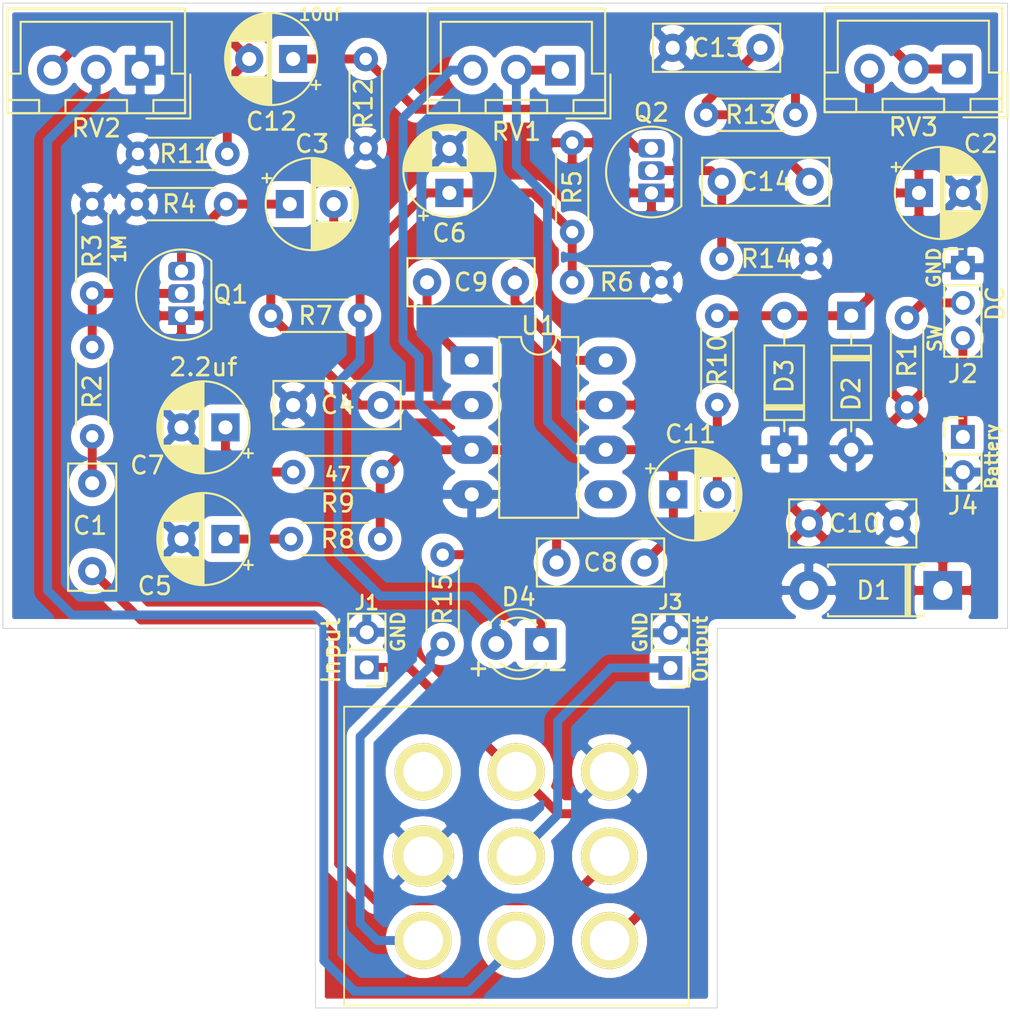
<source format=kicad_pcb>
(kicad_pcb (version 20171130) (host pcbnew "(5.1.2-1)-1")
  (title_block (title "ProCo Rat") (date 2019-07-09) (rev 1.0) (comment 1 v1.1))
  (layers (0 F.Cu signal) (31 B.Cu signal) (34 B.Paste user) (35 F.Paste user) (36 B.SilkS user) (37 F.SilkS user) (38 B.Mask user) (39 F.Mask user) (44 Edge.Cuts user))
  (net 0 "")
  (net 1 "Net-(C1-Pad1)")
  (net 2 "Net-(C1-Pad2)")
  (net 3 9V)
  (net 4 GND)
  (net 5 "Net-(C3-Pad1)")
  (net 6 "Net-(C3-Pad2)")
  (net 7 "Net-(C5-Pad1)")
  (net 8 4.5v)
  (net 9 "Net-(C7-Pad1)")
  (net 10 "Net-(C8-Pad1)")
  (net 11 "Net-(C11-Pad1)")
  (net 12 "Net-(C9-Pad1)")
  (net 13 "Net-(C9-Pad2)")
  (net 14 "Net-(C11-Pad2)")
  (net 15 "Net-(C12-Pad1)")
  (net 16 "Net-(C12-Pad2)")
  (net 17 "Net-(C13-Pad2)")
  (net 18 "Net-(C14-Pad1)")
  (net 19 "Net-(D2-Pad1)")
  (net 20 "Net-(J2-Pad3)")
  (net 21 "Net-(J2-Pad2)")
  (net 22 "Net-(Q1-Pad2)")
  (net 23 "Net-(R13-Pad1)")
  (net 24 Output)
  (net 25 "Net-(J1-Pad1)")
  (net 26 "Net-(J3-Pad1)")
  (net 27 "Net-(D4-Pad1)")
  (net 28 "Net-(R15-Pad2)")
  (module Connectors_JST:JST_XH_B03B-XH-A_03x2.50mm_Straight (layer F.Cu) (at 155.8925 52.0065 180)
    (fp_text reference RV3 (at 2.5 -3.302) (layer F.SilkS))
    (fp_text value "100k Log")
    (pad 1 thru_hole rect (at 0 0 180) (size 1.75 1.75) (drill 1) (layers *.Cu *.Mask) (net 23 "Net-(R13-Pad1)"))
    (pad 2 thru_hole circle (at 2.5 0 180) (size 1.75 1.75) (drill 1) (layers *.Cu *.Mask) (net 23 "Net-(R13-Pad1)"))
    (pad 3 thru_hole circle (at 5 0 180) (size 1.75 1.75) (drill 1) (layers *.Cu *.Mask) (net 19 "Net-(D2-Pad1)"))
  )
  (module Connectors_JST:JST_XH_B03B-XH-A_03x2.50mm_Straight (layer F.Cu) (at 109.4105 52.07 180)
    (fp_text reference RV2 (at 2.5 -3.302) (layer F.SilkS))
    (fp_text value "100k Log")
    (pad 1 thru_hole rect (at 0 0 180) (size 1.75 1.75) (drill 1) (layers *.Cu *.Mask) (net 4 GND))
    (pad 2 thru_hole circle (at 2.5 0 180) (size 1.75 1.75) (drill 1) (layers *.Cu *.Mask) (net 24 Output))
    (pad 3 thru_hole circle (at 5 0 180) (size 1.75 1.75) (drill 1) (layers *.Cu *.Mask) (net 16 "Net-(C12-Pad2)"))
  )
  (module Connectors_JST:JST_XH_B03B-XH-A_03x2.50mm_Straight (layer F.Cu) (at 133.31 52.07 180)
    (fp_text reference RV1 (at 2.5 -3.5) (layer F.SilkS))
    (fp_text value "150k log")
    (pad 1 thru_hole rect (at 0 0 180) (size 1.75 1.75) (drill 1) (layers *.Cu *.Mask) (net 11 "Net-(C11-Pad1)"))
    (pad 2 thru_hole circle (at 2.5 0 180) (size 1.75 1.75) (drill 1) (layers *.Cu *.Mask) (net 11 "Net-(C11-Pad1)"))
    (pad 3 thru_hole circle (at 5 0 180) (size 1.75 1.75) (drill 1) (layers *.Cu *.Mask) (net 10 "Net-(C8-Pad1)"))
  )
  (module SF17020F-0302-21R-L-015:SF17020F030221RL015 (layer F.Cu) (at 130.81 96.774)
    (fp_text reference S1 (at 0 0) (layer F.SilkS) (effects (font (size 1.27 1.27) (thickness 0.254))))
    (fp_text value SF17020F-0302-21R-L-015 hide)
    (pad 9 thru_hole circle (at -5.3 -4.8 90) (size 3.25 3.25) (drill 2.25) (layers *.Cu *.Mask F.SilkS))
    (pad 8 thru_hole circle (at -5.3 0 90) (size 3.5 3.5) (drill 2.25) (layers *.Cu *.Mask F.SilkS) (net 4 GND))
    (pad 7 thru_hole circle (at -5.3 4.8 90) (size 3.25 3.25) (drill 2.25) (layers *.Cu *.Mask F.SilkS) (net 28 "Net-(R15-Pad2)"))
    (pad 6 thru_hole circle (at 0 -4.8 90) (size 3.25 3.25) (drill 2.25) (layers *.Cu *.Mask F.SilkS) (net 25 "Net-(J1-Pad1)"))
    (pad 5 thru_hole circle (at 0 0 90) (size 3.25 3.25) (drill 2.25) (layers *.Cu *.Mask F.SilkS) (net 26 "Net-(J3-Pad1)"))
    (pad 4 thru_hole circle (at 0 4.8 90) (size 3.25 3.25) (drill 2.25) (layers *.Cu *.Mask F.SilkS) (net 24 Output))
    (pad 3 thru_hole circle (at 5.3 -4.8 90) (size 3.25 3.25) (drill 2.25) (layers *.Cu *.Mask F.SilkS) (net 4 GND))
    (pad 2 thru_hole circle (at 5.3 0 90) (size 3.25 3.25) (drill 2.25) (layers *.Cu *.Mask F.SilkS) (net 2 "Net-(C1-Pad2)"))
    (pad 1 thru_hole circle (at 5.3 4.8 90) (size 3.25 3.25) (drill 2.25) (layers *.Cu *.Mask F.SilkS) (net 25 "Net-(J1-Pad1)"))
  )
  (module Resistor_THT:R_Axial_DIN0204_L3.6mm_D1.6mm_P5.08mm_Horizontal (layer F.Cu) (at 126.619 79.629 270)
    (fp_text reference R15 (at 2.54 0 90) (layer F.SilkS))
    (fp_text value 1k)
    (pad 2 thru_hole oval (at 5.08 0 270) (size 1.4 1.4) (drill 0.7) (layers *.Cu *.Mask) (net 28 "Net-(R15-Pad2)"))
    (pad 1 thru_hole circle (at 0 0 270) (size 1.4 1.4) (drill 0.7) (layers *.Cu *.Mask) (net 27 "Net-(D4-Pad1)"))
  )
  (module LED_THT:LED_D3.0mm (layer F.Cu) (at 132.207 84.709 180)
    (fp_text reference D4 (at 1.27 2.667) (layer F.SilkS))
    (fp_text value LED)
    (fp_text user + (at 3.556 -1.3335 180) (layer F.SilkS))
    (fp_text user - (at -0.9525 -1.397 180) (layer F.SilkS))
    (pad 2 thru_hole circle (at 2.54 0 180) (size 1.8 1.8) (drill 0.9) (layers *.Cu *.Mask) (net 8 4.5v))
    (pad 1 thru_hole rect (at 0 0 180) (size 1.8 1.8) (drill 0.9) (layers *.Cu *.Mask) (net 27 "Net-(D4-Pad1)"))
  )
  (module Diode_THT:D_DO-35_SOD27_P7.62mm_Horizontal (layer F.Cu) (at 146.05 73.66 90)
    (fp_text reference D3 (at 4.191 0 90) (layer F.SilkS))
    (fp_text value 1N4148)
    (pad 2 thru_hole oval (at 7.62 0 90) (size 1.6 1.6) (drill 0.8) (layers *.Cu *.Mask) (net 19 "Net-(D2-Pad1)"))
    (pad 1 thru_hole rect (at 0 0 90) (size 1.6 1.6) (drill 0.8) (layers *.Cu *.Mask) (net 4 GND))
  )
  (module Diode_THT:D_DO-35_SOD27_P7.62mm_Horizontal (layer F.Cu) (at 149.86 66.04 270)
    (fp_text reference D2 (at 4.445 0 90) (layer F.SilkS))
    (fp_text value 1N4148)
    (pad 2 thru_hole oval (at 7.62 0 270) (size 1.6 1.6) (drill 0.8) (layers *.Cu *.Mask) (net 4 GND))
    (pad 1 thru_hole rect (at 0 0 270) (size 1.6 1.6) (drill 0.8) (layers *.Cu *.Mask) (net 19 "Net-(D2-Pad1)"))
  )
  (module Diode_THT:D_DO-41_SOD81_P7.62mm_Horizontal (layer F.Cu) (at 155.067 81.661 180)
    (fp_text reference D1 (at 3.937 0) (layer F.SilkS))
    (fp_text value 1N4001)
    (pad 2 thru_hole oval (at 7.62 0 180) (size 2.2 2.2) (drill 1.1) (layers *.Cu *.Mask) (net 4 GND))
    (pad 1 thru_hole rect (at 0 0 180) (size 2.2 2.2) (drill 1.1) (layers *.Cu *.Mask) (net 3 9V))
  )
  (module Capacitor_THT:C_Rect_L7.0mm_W2.5mm_P5.00mm (layer F.Cu) (at 142.494 58.42)
    (fp_text reference C14 (at 2.5 0) (layer F.SilkS))
    (fp_text value .022uf)
    (pad 2 thru_hole circle (at 5 0) (size 1.6 1.6) (drill 0.8) (layers *.Cu *.Mask) (net 17 "Net-(C13-Pad2)"))
    (pad 1 thru_hole circle (at 0 0) (size 1.6 1.6) (drill 0.8) (layers *.Cu *.Mask) (net 18 "Net-(C14-Pad1)"))
  )
  (module Capacitor_THT:C_Rect_L7.0mm_W2.5mm_P5.00mm (layer F.Cu) (at 139.7 50.8)
    (fp_text reference C13 (at 2.54 0) (layer F.SilkS))
    (fp_text value .0033uf)
    (pad 2 thru_hole circle (at 5 0) (size 1.6 1.6) (drill 0.8) (layers *.Cu *.Mask) (net 17 "Net-(C13-Pad2)"))
    (pad 1 thru_hole circle (at 0 0) (size 1.6 1.6) (drill 0.8) (layers *.Cu *.Mask) (net 4 GND))
  )
  (module Capacitor_THT:C_Rect_L7.0mm_W2.5mm_P5.00mm (layer F.Cu) (at 147.447 77.851)
    (fp_text reference C10 (at 2.587 0) (layer F.SilkS))
    (fp_text value .001uf)
    (pad 2 thru_hole circle (at 5 0) (size 1.6 1.6) (drill 0.8) (layers *.Cu *.Mask) (net 4 GND))
    (pad 1 thru_hole circle (at 0 0) (size 1.6 1.6) (drill 0.8) (layers *.Cu *.Mask) (net 3 9V))
  )
  (module Capacitor_THT:C_Rect_L7.0mm_W2.5mm_P5.00mm (layer F.Cu) (at 125.73 64.135)
    (fp_text reference C9 (at 2.5 0) (layer F.SilkS))
    (fp_text value 30pf)
    (pad 2 thru_hole circle (at 5 0) (size 1.6 1.6) (drill 0.8) (layers *.Cu *.Mask) (net 13 "Net-(C9-Pad2)"))
    (pad 1 thru_hole circle (at 0 0) (size 1.6 1.6) (drill 0.8) (layers *.Cu *.Mask) (net 12 "Net-(C9-Pad1)"))
  )
  (module Capacitor_THT:C_Rect_L7.0mm_W2.5mm_P5.00mm (layer F.Cu) (at 133.096 80.0735)
    (fp_text reference C8 (at 2.5 0) (layer F.SilkS))
    (fp_text value 100pf)
    (pad 2 thru_hole circle (at 5 0) (size 1.6 1.6) (drill 0.8) (layers *.Cu *.Mask) (net 11 "Net-(C11-Pad1)"))
    (pad 1 thru_hole circle (at 0 0) (size 1.6 1.6) (drill 0.8) (layers *.Cu *.Mask) (net 10 "Net-(C8-Pad1)"))
  )
  (module Capacitor_THT:CP_Radial_D5.0mm_P2.50mm (layer F.Cu) (at 114.26 72.39 180)
    (fp_text reference C7 (at 4.445 -2.159) (layer F.SilkS))
    (fp_text value 2.2uf (at 1.25 3.429) (layer F.SilkS))
    (pad 2 thru_hole circle (at 2.5 0 180) (size 1.6 1.6) (drill 0.8) (layers *.Cu *.Mask) (net 4 GND))
    (pad 1 thru_hole rect (at 0 0 180) (size 1.6 1.6) (drill 0.8) (layers *.Cu *.Mask) (net 9 "Net-(C7-Pad1)"))
  )
  (module Capacitor_THT:CP_Radial_D5.0mm_P2.50mm (layer F.Cu) (at 117.9195 59.69)
    (fp_text reference C3 (at 1.27 -3.429) (layer F.SilkS))
    (fp_text value 1uf hide)
    (pad 2 thru_hole circle (at 2.5 0) (size 1.6 1.6) (drill 0.8) (layers *.Cu *.Mask) (net 6 "Net-(C3-Pad2)"))
    (pad 1 thru_hole rect (at 0 0) (size 1.6 1.6) (drill 0.8) (layers *.Cu *.Mask) (net 5 "Net-(C3-Pad1)"))
  )
  (module Capacitor_THT:CP_Radial_D5.0mm_P2.50mm (layer F.Cu) (at 153.71 59.055)
    (fp_text reference C2 (at 3.516 -2.794) (layer F.SilkS))
    (fp_text value 100uf)
    (pad 2 thru_hole circle (at 2.5 0) (size 1.6 1.6) (drill 0.8) (layers *.Cu *.Mask) (net 4 GND))
    (pad 1 thru_hole rect (at 0 0) (size 1.6 1.6) (drill 0.8) (layers *.Cu *.Mask) (net 3 9V))
  )
  (module Capacitor_THT:CP_Radial_D5.0mm_P2.50mm (layer F.Cu) (at 118.11 51.435 180)
    (fp_text reference C12 (at 1.23 -3.556) (layer F.SilkS))
    (fp_text value 10uf (at -1.524 2.54) (layer F.SilkS) (effects (font (size 0.7112 0.7112) (thickness 0.127))))
    (pad 2 thru_hole circle (at 2.5 0 180) (size 1.6 1.6) (drill 0.8) (layers *.Cu *.Mask) (net 16 "Net-(C12-Pad2)"))
    (pad 1 thru_hole rect (at 0 0 180) (size 1.6 1.6) (drill 0.8) (layers *.Cu *.Mask) (net 15 "Net-(C12-Pad1)"))
  )
  (module Capacitor_THT:CP_Radial_D5.0mm_P2.50mm (layer F.Cu) (at 139.74 76.2)
    (fp_text reference C11 (at 0.976 -3.429) (layer F.SilkS))
    (fp_text value 4.7uf)
    (pad 2 thru_hole circle (at 2.5 0) (size 1.6 1.6) (drill 0.8) (layers *.Cu *.Mask) (net 14 "Net-(C11-Pad2)"))
    (pad 1 thru_hole rect (at 0 0) (size 1.6 1.6) (drill 0.8) (layers *.Cu *.Mask) (net 11 "Net-(C11-Pad1)"))
  )
  (module Capacitor_THT:CP_Radial_D5.0mm_P2.50mm (layer F.Cu) (at 127 59.055 90)
    (fp_text reference C6 (at -2.286 0 180) (layer F.SilkS))
    (fp_text value 47uf)
    (pad 2 thru_hole circle (at 2.5 0 90) (size 1.6 1.6) (drill 0.8) (layers *.Cu *.Mask) (net 4 GND))
    (pad 1 thru_hole rect (at 0 0 90) (size 1.6 1.6) (drill 0.8) (layers *.Cu *.Mask) (net 8 4.5v))
  )
  (module Capacitor_THT:CP_Radial_D5.0mm_P2.50mm (layer F.Cu) (at 114.26 78.74 180)
    (fp_text reference C5 (at 4.024 -2.667) (layer F.SilkS))
    (fp_text value 4.7uf)
    (pad 2 thru_hole circle (at 2.5 0 180) (size 1.6 1.6) (drill 0.8) (layers *.Cu *.Mask) (net 4 GND))
    (pad 1 thru_hole rect (at 0 0 180) (size 1.6 1.6) (drill 0.8) (layers *.Cu *.Mask) (net 7 "Net-(C5-Pad1)"))
  )
  (module Capacitor_THT:C_Rect_L7.0mm_W2.5mm_P5.00mm (layer F.Cu) (at 118.11 71.12)
    (fp_text reference C4 (at 2.54 0) (layer F.SilkS))
    (fp_text value 1nf)
    (pad 2 thru_hole circle (at 5 0) (size 1.6 1.6) (drill 0.8) (layers *.Cu *.Mask) (net 6 "Net-(C3-Pad2)"))
    (pad 1 thru_hole circle (at 0 0) (size 1.6 1.6) (drill 0.8) (layers *.Cu *.Mask) (net 4 GND))
  )
  (module Capacitor_THT:C_Rect_L7.0mm_W2.5mm_P5.00mm (layer F.Cu) (at 106.68 75.565 270)
    (fp_text reference C1 (at 2.413 0.127 180) (layer F.SilkS))
    (fp_text value .022uf)
    (pad 2 thru_hole circle (at 5 0 270) (size 1.6 1.6) (drill 0.8) (layers *.Cu *.Mask) (net 2 "Net-(C1-Pad2)"))
    (pad 1 thru_hole circle (at 0 0 270) (size 1.6 1.6) (drill 0.8) (layers *.Cu *.Mask) (net 1 "Net-(C1-Pad1)"))
  )
  (module Connector_PinHeader_2.00mm:PinHeader_1x02_P2.00mm_Vertical (layer F.Cu) (at 139.573 86.074 180)
    (fp_text reference J3 (at 0 3.7465) (layer F.SilkS) (effects (font (size 0.8 0.8))))
    (fp_text value Output (at -1.7145 1.0795 90) (layer F.SilkS) (effects (font (size 0.762 0.762))))
    (fp_text user GND (at 1.7145 2.032 270) (layer F.SilkS) (effects (font (size 0.75 0.75))))
    (pad 2 thru_hole oval (at 0 2 180) (size 1.35 1.35) (drill 0.8) (layers *.Cu *.Mask) (net 4 GND))
    (pad 1 thru_hole rect (at 0 0 180) (size 1.35 1.35) (drill 0.8) (layers *.Cu *.Mask) (net 26 "Net-(J3-Pad1)"))
  )
  (module Connector_PinHeader_2.00mm:PinHeader_1x02_P2.00mm_Vertical (layer F.Cu) (at 122.301 86.0425 180)
    (fp_text reference J1 (at 0 3.683) (layer F.SilkS) (effects (font (size 0.8 0.8))))
    (fp_text value Input (at 2.032 0.9525 270) (layer F.SilkS))
    (fp_text user GND (at -1.778 2.032 270) (layer F.SilkS) (effects (font (size 0.75 0.75))))
    (pad 2 thru_hole oval (at 0 2 180) (size 1.35 1.35) (drill 0.8) (layers *.Cu *.Mask) (net 4 GND))
    (pad 1 thru_hole rect (at 0 0 180) (size 1.35 1.35) (drill 0.8) (layers *.Cu *.Mask) (net 25 "Net-(J1-Pad1)"))
  )
  (module Resistor_THT:R_Axial_DIN0204_L3.6mm_D1.6mm_P5.08mm_Horizontal (layer F.Cu) (at 106.68 67.818 270)
    (fp_text reference R2 (at 2.54 0 270) (layer F.SilkS))
    (fp_text value 1k)
    (pad 2 thru_hole oval (at 5.08 0 270) (size 1.4 1.4) (drill 0.7) (layers *.Cu *.Mask) (net 1 "Net-(C1-Pad1)"))
    (pad 1 thru_hole circle (at 0 0 270) (size 1.4 1.4) (drill 0.7) (layers *.Cu *.Mask) (net 22 "Net-(Q1-Pad2)"))
  )
  (module Package_DIP:DIP-8_W7.62mm_LongPads (layer F.Cu) (at 128.27 68.58)
    (fp_text reference U1 (at 3.81 -1.9685) (layer F.SilkS))
    (fp_text value LM308)
    (pad 8 thru_hole oval (at 7.62 0) (size 2.4 1.6) (drill 0.8) (layers *.Cu *.Mask) (net 13 "Net-(C9-Pad2)"))
    (pad 4 thru_hole oval (at 0 7.62) (size 2.4 1.6) (drill 0.8) (layers *.Cu *.Mask) (net 4 GND))
    (pad 7 thru_hole oval (at 7.62 2.54) (size 2.4 1.6) (drill 0.8) (layers *.Cu *.Mask) (net 3 9V))
    (pad 3 thru_hole oval (at 0 5.08) (size 2.4 1.6) (drill 0.8) (layers *.Cu *.Mask) (net 10 "Net-(C8-Pad1)"))
    (pad 6 thru_hole oval (at 7.62 5.08) (size 2.4 1.6) (drill 0.8) (layers *.Cu *.Mask) (net 11 "Net-(C11-Pad1)"))
    (pad 2 thru_hole oval (at 0 2.54) (size 2.4 1.6) (drill 0.8) (layers *.Cu *.Mask) (net 6 "Net-(C3-Pad2)"))
    (pad 5 thru_hole oval (at 7.62 7.62) (size 2.4 1.6) (drill 0.8) (layers *.Cu *.Mask))
    (pad 1 thru_hole rect (at 0 0) (size 2.4 1.6) (drill 0.8) (layers *.Cu *.Mask) (net 12 "Net-(C9-Pad1)"))
  )
  (module Resistor_THT:R_Axial_DIN0204_L3.6mm_D1.6mm_P5.08mm_Horizontal (layer F.Cu) (at 147.574 62.8015 180)
    (fp_text reference R14 (at 2.54 0) (layer F.SilkS))
    (fp_text value 1M)
    (pad 2 thru_hole oval (at 5.08 0 180) (size 1.4 1.4) (drill 0.7) (layers *.Cu *.Mask) (net 18 "Net-(C14-Pad1)"))
    (pad 1 thru_hole circle (at 0 0 180) (size 1.4 1.4) (drill 0.7) (layers *.Cu *.Mask) (net 4 GND))
  )
  (module Resistor_THT:R_Axial_DIN0204_L3.6mm_D1.6mm_P5.08mm_Horizontal (layer F.Cu) (at 146.685 54.61 180)
    (fp_text reference R13 (at 2.54 0) (layer F.SilkS))
    (fp_text value 1.5k)
    (pad 2 thru_hole oval (at 5.08 0 180) (size 1.4 1.4) (drill 0.7) (layers *.Cu *.Mask) (net 17 "Net-(C13-Pad2)"))
    (pad 1 thru_hole circle (at 0 0 180) (size 1.4 1.4) (drill 0.7) (layers *.Cu *.Mask) (net 23 "Net-(R13-Pad1)"))
  )
  (module Resistor_THT:R_Axial_DIN0204_L3.6mm_D1.6mm_P5.08mm_Horizontal (layer F.Cu) (at 122.2375 56.515 90)
    (fp_text reference R12 (at 2.54 -0.127 90) (layer F.SilkS))
    (fp_text value 1k)
    (pad 2 thru_hole oval (at 5.08 0 90) (size 1.4 1.4) (drill 0.7) (layers *.Cu *.Mask) (net 15 "Net-(C12-Pad1)"))
    (pad 1 thru_hole circle (at 0 0 90) (size 1.4 1.4) (drill 0.7) (layers *.Cu *.Mask) (net 4 GND))
  )
  (module Resistor_THT:R_Axial_DIN0204_L3.6mm_D1.6mm_P5.08mm_Horizontal (layer F.Cu) (at 109.2835 56.8325)
    (fp_text reference R11 (at 2.667 0) (layer F.SilkS))
    (fp_text value 10k)
    (pad 2 thru_hole oval (at 5.08 0) (size 1.4 1.4) (drill 0.7) (layers *.Cu *.Mask) (net 16 "Net-(C12-Pad2)"))
    (pad 1 thru_hole circle (at 0 0) (size 1.4 1.4) (drill 0.7) (layers *.Cu *.Mask) (net 4 GND))
  )
  (module Resistor_THT:R_Axial_DIN0204_L3.6mm_D1.6mm_P5.08mm_Horizontal (layer F.Cu) (at 142.24 71.12 90)
    (fp_text reference R10 (at 2.54 0 90) (layer F.SilkS))
    (fp_text value 1k)
    (pad 2 thru_hole oval (at 5.08 0 90) (size 1.4 1.4) (drill 0.7) (layers *.Cu *.Mask) (net 19 "Net-(D2-Pad1)"))
    (pad 1 thru_hole circle (at 0 0 90) (size 1.4 1.4) (drill 0.7) (layers *.Cu *.Mask) (net 14 "Net-(C11-Pad2)"))
  )
  (module Resistor_THT:R_Axial_DIN0204_L3.6mm_D1.6mm_P5.08mm_Horizontal (layer F.Cu) (at 118.11 74.93)
    (fp_text reference R9 (at 2.54 1.778) (layer F.SilkS))
    (fp_text value 47 (at 2.54 0.127) (layer F.SilkS) (effects (font (size 0.762 0.762))))
    (pad 2 thru_hole oval (at 5.08 0) (size 1.4 1.4) (drill 0.7) (layers *.Cu *.Mask) (net 10 "Net-(C8-Pad1)"))
    (pad 1 thru_hole circle (at 0 0) (size 1.4 1.4) (drill 0.7) (layers *.Cu *.Mask) (net 9 "Net-(C7-Pad1)"))
  )
  (module Resistor_THT:R_Axial_DIN0204_L3.6mm_D1.6mm_P5.08mm_Horizontal (layer F.Cu) (at 117.983 78.74)
    (fp_text reference R8 (at 2.667 0) (layer F.SilkS))
    (fp_text value 560)
    (pad 2 thru_hole oval (at 5.08 0) (size 1.4 1.4) (drill 0.7) (layers *.Cu *.Mask) (net 10 "Net-(C8-Pad1)"))
    (pad 1 thru_hole circle (at 0 0) (size 1.4 1.4) (drill 0.7) (layers *.Cu *.Mask) (net 7 "Net-(C5-Pad1)"))
  )
  (module Resistor_THT:R_Axial_DIN0204_L3.6mm_D1.6mm_P5.08mm_Horizontal (layer F.Cu) (at 116.84 66.04)
    (fp_text reference R7 (at 2.54 0) (layer F.SilkS))
    (fp_text value 100k)
    (pad 2 thru_hole oval (at 5.08 0) (size 1.4 1.4) (drill 0.7) (layers *.Cu *.Mask) (net 8 4.5v))
    (pad 1 thru_hole circle (at 0 0) (size 1.4 1.4) (drill 0.7) (layers *.Cu *.Mask) (net 6 "Net-(C3-Pad2)"))
  )
  (module Resistor_THT:R_Axial_DIN0204_L3.6mm_D1.6mm_P5.08mm_Horizontal (layer F.Cu) (at 139.065 64.135 180)
    (fp_text reference R6 (at 2.54 0) (layer F.SilkS))
    (fp_text value 33k)
    (pad 2 thru_hole oval (at 5.08 0 180) (size 1.4 1.4) (drill 0.7) (layers *.Cu *.Mask) (net 8 4.5v))
    (pad 1 thru_hole circle (at 0 0 180) (size 1.4 1.4) (drill 0.7) (layers *.Cu *.Mask) (net 4 GND))
  )
  (module Resistor_THT:R_Axial_DIN0204_L3.6mm_D1.6mm_P5.08mm_Horizontal (layer F.Cu) (at 133.985 61.2775 90)
    (fp_text reference R5 (at 2.54 0 90) (layer F.SilkS))
    (fp_text value 33k)
    (pad 2 thru_hole oval (at 5.08 0 90) (size 1.4 1.4) (drill 0.7) (layers *.Cu *.Mask) (net 3 9V))
    (pad 1 thru_hole circle (at 0 0 90) (size 1.4 1.4) (drill 0.7) (layers *.Cu *.Mask) (net 8 4.5v))
  )
  (module Resistor_THT:R_Axial_DIN0204_L3.6mm_D1.6mm_P5.08mm_Horizontal (layer F.Cu) (at 109.22 59.69)
    (fp_text reference R4 (at 2.413 0) (layer F.SilkS))
    (fp_text value 1k)
    (pad 2 thru_hole oval (at 5.08 0) (size 1.4 1.4) (drill 0.7) (layers *.Cu *.Mask) (net 5 "Net-(C3-Pad1)"))
    (pad 1 thru_hole circle (at 0 0) (size 1.4 1.4) (drill 0.7) (layers *.Cu *.Mask) (net 4 GND))
  )
  (module Resistor_THT:R_Axial_DIN0204_L3.6mm_D1.6mm_P5.08mm_Horizontal (layer F.Cu) (at 106.68 59.69 270)
    (fp_text reference R3 (at 2.667 0 90) (layer F.SilkS))
    (fp_text value 1M (at 2.54 -1.524 90) (layer F.SilkS) (effects (font (size 0.762 0.762))))
    (pad 2 thru_hole oval (at 5.08 0 270) (size 1.4 1.4) (drill 0.7) (layers *.Cu *.Mask) (net 22 "Net-(Q1-Pad2)"))
    (pad 1 thru_hole circle (at 0 0 270) (size 1.4 1.4) (drill 0.7) (layers *.Cu *.Mask) (net 4 GND))
  )
  (module Resistor_THT:R_Axial_DIN0204_L3.6mm_D1.6mm_P5.08mm_Horizontal (layer F.Cu) (at 153.035 71.247 90)
    (fp_text reference R1 (at 2.667 0 90) (layer F.SilkS))
    (fp_text value 47)
    (pad 2 thru_hole oval (at 5.08 0 90) (size 1.4 1.4) (drill 0.7) (layers *.Cu *.Mask) (net 21 "Net-(J2-Pad2)"))
    (pad 1 thru_hole circle (at 0 0 90) (size 1.4 1.4) (drill 0.7) (layers *.Cu *.Mask) (net 3 9V))
  )
  (module Package_TO_SOT_THT:TO-92L_Inline (layer F.Cu) (at 138.4935 59.055 90)
    (fp_text reference Q2 (at 4.572 0 180) (layer F.SilkS))
    (fp_text value J113)
    (pad 1 thru_hole rect (at 0 0 90) (size 1.05 1.5) (drill 0.75) (layers *.Cu *.Mask) (net 3 9V))
    (pad 3 thru_hole roundrect (at 2.54 0 90) (size 1.05 1.5) (drill 0.75) (layers *.Cu *.Mask) (net 15 "Net-(C12-Pad1)"))
    (pad 2 thru_hole roundrect (at 1.27 0 90) (size 1.05 1.5) (drill 0.75) (layers *.Cu *.Mask) (net 18 "Net-(C14-Pad1)"))
  )
  (module Package_TO_SOT_THT:TO-92L_Inline (layer F.Cu) (at 111.76 66.04 90)
    (fp_text reference Q1 (at 1.2065 2.794 180) (layer F.SilkS))
    (fp_text value J113)
    (pad 1 thru_hole rect (at 0 0 90) (size 1.05 1.5) (drill 0.75) (layers *.Cu *.Mask) (net 3 9V))
    (pad 3 thru_hole roundrect (at 2.54 0 90) (size 1.05 1.5) (drill 0.75) (layers *.Cu *.Mask) (net 5 "Net-(C3-Pad1)"))
    (pad 2 thru_hole roundrect (at 1.27 0 90) (size 1.05 1.5) (drill 0.75) (layers *.Cu *.Mask) (net 22 "Net-(Q1-Pad2)"))
  )
  (module Connector_PinHeader_2.00mm:PinHeader_1x02_P2.00mm_Vertical (layer F.Cu) (at 156.21 72.93)
    (fp_text reference J4 (at 0 3.905) (layer F.SilkS))
    (fp_text value Battery (at 1.651 1.111 90) (layer F.SilkS) (effects (font (size 0.7 0.7))))
    (pad 2 thru_hole oval (at 0 2) (size 1.35 1.35) (drill 0.8) (layers *.Cu *.Mask) (net 4 GND))
    (pad 1 thru_hole rect (at 0 0) (size 1.35 1.35) (drill 0.8) (layers *.Cu *.Mask) (net 20 "Net-(J2-Pad3)"))
  )
  (module Connector_PinHeader_2.00mm:PinHeader_1x03_P2.00mm_Vertical (layer F.Cu) (at 156.21 63.31)
    (fp_text reference J2 (at 0 6.032) (layer F.SilkS))
    (fp_text value DC (at 1.8415 2.0315 90) (layer F.SilkS))
    (fp_text user GND (at -1.651 -0.0005 90) (layer F.SilkS) (effects (font (size 0.75 0.75))))
    (fp_text user SW (at -1.5875 4 90) (layer F.SilkS) (effects (font (size 0.75 0.75))))
    (pad 3 thru_hole oval (at 0 4) (size 1.35 1.35) (drill 0.8) (layers *.Cu *.Mask) (net 20 "Net-(J2-Pad3)"))
    (pad 2 thru_hole oval (at 0 2) (size 1.35 1.35) (drill 0.8) (layers *.Cu *.Mask) (net 21 "Net-(J2-Pad2)"))
    (pad 1 thru_hole rect (at 0 0) (size 1.35 1.35) (drill 0.8) (layers *.Cu *.Mask) (net 4 GND))
  )
  (gr_line (start 158.75 48.26) (end 158.75 83.82) (layer Edge.Cuts) (width 0.05))
  (gr_line (start 158.75 83.82) (end 142.24 83.82) (layer Edge.Cuts) (width 0.05))
  (gr_line (start 101.6 83.82) (end 119.38 83.82) (layer Edge.Cuts) (width 0.05))
  (gr_line (start 142.24 105.41) (end 142.24 83.82) (layer Edge.Cuts) (width 0.05))
  (gr_line (start 119.38 105.41) (end 142.24 105.41) (layer Edge.Cuts) (width 0.05))
  (gr_line (start 119.38 83.82) (end 119.38 105.41) (layer Edge.Cuts) (width 0.05))
  (gr_line (start 101.6 83.82) (end 101.6 48.26) (layer Edge.Cuts) (width 0.05))
  (gr_line (start 101.6 48.26) (end 158.75 48.26) (layer Edge.Cuts) (width 0.05))
  (segment (start 106.68 75.565) (end 106.68 72.898) (width 0.508) (layer F.Cu) (net 1))
  (segment (start 119.578412 83.34099) (end 120.695999 84.458577) (width 0.508) (layer F.Cu) (net 2))
  (segment (start 109.45599 83.34099) (end 119.578412 83.34099) (width 0.508) (layer F.Cu) (net 2))
  (segment (start 120.695999 84.458577) (end 120.695999 97.200999) (width 0.508) (layer F.Cu) (net 2))
  (segment (start 106.68 80.565) (end 109.45599 83.34099) (width 0.508) (layer F.Cu) (net 2))
  (segment (start 120.695999 97.200999) (end 122.809 99.314) (width 0.508) (layer F.Cu) (net 2))
  (segment (start 133.758 99.314) (end 136.11 96.962) (width 0.508) (layer F.Cu) (net 2))
  (segment (start 122.809 99.314) (end 133.758 99.314) (width 0.508) (layer F.Cu) (net 2))
  (segment (start 111.76 62.23) (end 114.3 59.69) (width 0.508) (layer F.Cu) (net 5))
  (segment (start 111.76 63.5) (end 111.76 62.23) (width 0.508) (layer F.Cu) (net 5))
  (segment (start 114.3 59.69) (end 118.11 59.69) (width 0.508) (layer F.Cu) (net 5))
  (segment (start 128.27 71.12) (end 123.11 71.12) (width 0.508) (layer F.Cu) (net 6))
  (segment (start 121.92 71.12) (end 116.84 66.04) (width 0.508) (layer F.Cu) (net 6))
  (segment (start 123.11 71.12) (end 121.92 71.12) (width 0.508) (layer F.Cu) (net 6))
  (segment (start 120.4195 59.69) (end 120.4195 60.82137) (width 0.508) (layer F.Cu) (net 6))
  (segment (start 116.84 64.40087) (end 118.909685 62.331185) (width 0.508) (layer F.Cu) (net 6))
  (segment (start 116.84 66.04) (end 116.84 64.40087) (width 0.508) (layer F.Cu) (net 6))
  (segment (start 118.909685 62.331185) (end 118.62987 62.611) (width 0.508) (layer F.Cu) (net 6))
  (segment (start 120.4195 60.82137) (end 118.909685 62.331185) (width 0.508) (layer F.Cu) (net 6))
  (segment (start 117.983 78.74) (end 114.26 78.74) (width 0.508) (layer F.Cu) (net 7))
  (segment (start 125.692 59.055) (end 121.92 62.827) (width 0.508) (layer F.Cu) (net 8))
  (segment (start 121.92 65.050051) (end 121.92 66.04) (width 0.508) (layer F.Cu) (net 8))
  (segment (start 121.92 62.827) (end 121.92 65.050051) (width 0.508) (layer F.Cu) (net 8))
  (segment (start 127 59.055) (end 125.692 59.055) (width 0.508) (layer F.Cu) (net 8))
  (segment (start 120.65 69.85) (end 121.92 68.58) (width 0.508) (layer B.Cu) (net 8))
  (segment (start 121.92 68.58) (end 121.92 66.04) (width 0.508) (layer B.Cu) (net 8))
  (segment (start 120.65 79.5655) (end 120.65 69.85) (width 0.508) (layer B.Cu) (net 8))
  (segment (start 123.063 81.9785) (end 120.65 79.5655) (width 0.508) (layer B.Cu) (net 8))
  (segment (start 128.209292 81.9785) (end 123.063 81.9785) (width 0.508) (layer B.Cu) (net 8))
  (segment (start 129.667 83.436208) (end 128.209292 81.9785) (width 0.508) (layer B.Cu) (net 8))
  (segment (start 129.667 84.709) (end 129.667 83.436208) (width 0.508) (layer B.Cu) (net 8))
  (segment (start 133.985 64.135) (end 133.985 61.2775) (width 0.508) (layer F.Cu) (net 8))
  (segment (start 131.7625 59.055) (end 127 59.055) (width 0.508) (layer F.Cu) (net 8))
  (segment (start 133.985 61.2775) (end 131.7625 59.055) (width 0.508) (layer F.Cu) (net 8))
  (segment (start 114.26 73.698) (end 114.26 72.39) (width 0.508) (layer F.Cu) (net 9))
  (segment (start 115.492 74.93) (end 114.26 73.698) (width 0.508) (layer F.Cu) (net 9))
  (segment (start 118.11 74.93) (end 115.492 74.93) (width 0.508) (layer F.Cu) (net 9))
  (segment (start 124.46 73.66) (end 123.19 74.93) (width 0.508) (layer F.Cu) (net 10))
  (segment (start 128.27 73.66) (end 124.46 73.66) (width 0.508) (layer F.Cu) (net 10))
  (segment (start 123.063 75.057) (end 123.19 74.93) (width 0.508) (layer F.Cu) (net 10))
  (segment (start 123.063 78.74) (end 123.063 75.057) (width 0.508) (layer F.Cu) (net 10))
  (segment (start 133.096 78.94213) (end 133.096 80.0735) (width 0.508) (layer F.Cu) (net 10))
  (segment (start 133.096 76.778) (end 133.096 78.94213) (width 0.508) (layer F.Cu) (net 10))
  (segment (start 129.978 73.66) (end 133.096 76.778) (width 0.508) (layer F.Cu) (net 10))
  (segment (start 128.27 73.66) (end 129.978 73.66) (width 0.508) (layer F.Cu) (net 10))
  (segment (start 127.87 73.66) (end 128.27 73.66) (width 0.508) (layer B.Cu) (net 10))
  (segment (start 125.276 71.066) (end 127.87 73.66) (width 0.508) (layer B.Cu) (net 10))
  (segment (start 128.31 52.07) (end 127.072564 52.07) (width 0.508) (layer B.Cu) (net 10))
  (segment (start 124.364001 67.487001) (end 125.276 68.399) (width 0.508) (layer B.Cu) (net 10))
  (segment (start 124.364001 54.778563) (end 124.364001 67.487001) (width 0.508) (layer B.Cu) (net 10))
  (segment (start 125.276 68.399) (end 125.276 71.066) (width 0.508) (layer B.Cu) (net 10))
  (segment (start 127.072564 52.07) (end 124.364001 54.778563) (width 0.508) (layer B.Cu) (net 10))
  (segment (start 139.74 74.892) (end 138.508 73.66) (width 0.508) (layer F.Cu) (net 11))
  (segment (start 139.74 76.2) (end 139.74 74.892) (width 0.508) (layer F.Cu) (net 11))
  (segment (start 138.508 73.66) (end 135.89 73.66) (width 0.508) (layer F.Cu) (net 11))
  (segment (start 133.31 52.07) (end 130.81 52.07) (width 0.508) (layer F.Cu) (net 11))
  (segment (start 139.74 78.4295) (end 138.096 80.0735) (width 0.508) (layer F.Cu) (net 11))
  (segment (start 139.74 76.2) (end 139.74 78.4295) (width 0.508) (layer F.Cu) (net 11))
  (segment (start 132.5785 59.2995) (end 130.81 57.531) (width 0.508) (layer B.Cu) (net 11))
  (segment (start 132.5785 72.0565) (end 132.5785 59.2995) (width 0.508) (layer B.Cu) (net 11))
  (segment (start 130.81 57.531) (end 130.81 52.07) (width 0.508) (layer B.Cu) (net 11))
  (segment (start 134.182 73.66) (end 132.5785 72.0565) (width 0.508) (layer B.Cu) (net 11))
  (segment (start 135.89 73.66) (end 134.182 73.66) (width 0.508) (layer B.Cu) (net 11))
  (segment (start 127.87 68.58) (end 128.27 68.58) (width 0.508) (layer F.Cu) (net 12))
  (segment (start 125.73 66.44) (end 127.87 68.58) (width 0.508) (layer F.Cu) (net 12))
  (segment (start 125.73 64.135) (end 125.73 66.44) (width 0.508) (layer F.Cu) (net 12))
  (segment (start 130.73 63.82) (end 130.73 63.5) (width 0.508) (layer F.Cu) (net 13))
  (segment (start 135.89 68.58) (end 135.49 68.58) (width 0.508) (layer F.Cu) (net 13))
  (segment (start 134.04363 68.58) (end 134.182 68.58) (width 0.508) (layer F.Cu) (net 13))
  (segment (start 130.73 65.26637) (end 134.04363 68.58) (width 0.508) (layer F.Cu) (net 13))
  (segment (start 134.182 68.58) (end 135.89 68.58) (width 0.508) (layer F.Cu) (net 13))
  (segment (start 130.73 64.135) (end 130.73 65.26637) (width 0.508) (layer F.Cu) (net 13))
  (segment (start 142.24 71.628) (end 142.748 71.12) (width 0.508) (layer F.Cu) (net 14))
  (segment (start 142.24 76.2) (end 142.24 71.12) (width 0.508) (layer F.Cu) (net 14))
  (segment (start 121.8565 51.435) (end 122.2375 51.054) (width 0.508) (layer F.Cu) (net 15))
  (segment (start 137.6435 56.515) (end 135.421 54.2925) (width 0.508) (layer F.Cu) (net 15))
  (segment (start 138.4935 56.515) (end 137.6435 56.515) (width 0.508) (layer F.Cu) (net 15))
  (segment (start 118.11 51.435) (end 122.2375 51.435) (width 0.508) (layer F.Cu) (net 15))
  (segment (start 122.2375 51.435) (end 125.095 54.2925) (width 0.508) (layer F.Cu) (net 15))
  (segment (start 125.095 54.2925) (end 126.873 54.2925) (width 0.508) (layer F.Cu) (net 15))
  (segment (start 126.873 54.2925) (end 125.476 54.2925) (width 0.508) (layer F.Cu) (net 15))
  (segment (start 135.421 54.2925) (end 126.873 54.2925) (width 0.508) (layer F.Cu) (net 15))
  (segment (start 115.57 50.84) (end 115.61 50.8) (width 0.508) (layer F.Cu) (net 16))
  (segment (start 114.3635 52.6815) (end 115.61 51.435) (width 0.508) (layer F.Cu) (net 16))
  (segment (start 114.3635 56.8325) (end 114.3635 52.6815) (width 0.508) (layer F.Cu) (net 16))
  (segment (start 114.4035 50.2285) (end 115.61 51.435) (width 0.508) (layer F.Cu) (net 16))
  (segment (start 104.4105 52.07) (end 106.252 50.2285) (width 0.508) (layer F.Cu) (net 16))
  (segment (start 106.426 50.2285) (end 114.4035 50.2285) (width 0.508) (layer F.Cu) (net 16))
  (segment (start 106.252 50.2285) (end 106.426 50.2285) (width 0.508) (layer F.Cu) (net 16))
  (segment (start 141.605 53.895) (end 141.605 54.61) (width 0.508) (layer F.Cu) (net 17))
  (segment (start 144.7 50.8) (end 141.605 53.895) (width 0.508) (layer F.Cu) (net 17))
  (segment (start 143.684 54.61) (end 141.605 54.61) (width 0.508) (layer F.Cu) (net 17))
  (segment (start 147.494 58.42) (end 143.684 54.61) (width 0.508) (layer F.Cu) (net 17))
  (segment (start 141.859 57.785) (end 142.494 58.42) (width 0.508) (layer F.Cu) (net 18))
  (segment (start 138.4935 57.785) (end 141.859 57.785) (width 0.508) (layer F.Cu) (net 18))
  (segment (start 142.494 62.8015) (end 142.494 58.42) (width 0.508) (layer F.Cu) (net 18))
  (segment (start 146.05 66.04) (end 149.86 66.04) (width 0.508) (layer F.Cu) (net 19))
  (segment (start 146.05 66.04) (end 142.24 66.04) (width 0.508) (layer F.Cu) (net 19))
  (segment (start 150.8925 65.0075) (end 149.86 66.04) (width 0.508) (layer F.Cu) (net 19))
  (segment (start 150.8925 52.0065) (end 150.8925 65.0075) (width 0.508) (layer F.Cu) (net 19))
  (segment (start 156.21 72.93) (end 156.21 67.31) (width 0.508) (layer F.Cu) (net 20))
  (segment (start 153.892 65.31) (end 153.035 66.167) (width 0.508) (layer F.Cu) (net 21))
  (segment (start 156.21 65.31) (end 153.892 65.31) (width 0.508) (layer F.Cu) (net 21))
  (segment (start 106.68 67.818) (end 106.68 64.77) (width 0.508) (layer F.Cu) (net 22))
  (segment (start 106.68 64.77) (end 111.76 64.77) (width 0.508) (layer F.Cu) (net 22))
  (segment (start 146.685 54.61) (end 146.685 52.197) (width 0.508) (layer F.Cu) (net 23))
  (segment (start 146.685 52.197) (end 148.717 50.165) (width 0.508) (layer F.Cu) (net 23))
  (segment (start 151.551 50.165) (end 153.3925 52.0065) (width 0.508) (layer F.Cu) (net 23))
  (segment (start 148.717 50.165) (end 151.551 50.165) (width 0.508) (layer F.Cu) (net 23))
  (segment (start 155.8925 52.0065) (end 153.3925 52.0065) (width 0.508) (layer F.Cu) (net 23))
  (segment (start 128.1145 104.4575) (end 130.81 101.762) (width 0.508) (layer B.Cu) (net 24))
  (segment (start 121.6025 104.4575) (end 128.1145 104.4575) (width 0.508) (layer B.Cu) (net 24))
  (segment (start 119.295422 83.058) (end 119.85901 83.621588) (width 0.508) (layer B.Cu) (net 24))
  (segment (start 119.85901 102.71401) (end 121.6025 104.4575) (width 0.508) (layer B.Cu) (net 24))
  (segment (start 119.85901 83.621588) (end 119.85901 102.71401) (width 0.508) (layer B.Cu) (net 24))
  (segment (start 106.9105 53.307436) (end 104.14 56.077936) (width 0.508) (layer B.Cu) (net 24))
  (segment (start 105.537 83.058) (end 119.295422 83.058) (width 0.508) (layer B.Cu) (net 24))
  (segment (start 104.14 81.661) (end 105.537 83.058) (width 0.508) (layer B.Cu) (net 24))
  (segment (start 104.14 56.077936) (end 104.14 81.661) (width 0.508) (layer B.Cu) (net 24))
  (segment (start 106.9105 52.07) (end 106.9105 53.307436) (width 0.508) (layer B.Cu) (net 24))
  (segment (start 136.11 101.762) (end 137.674001 100.197999) (width 0.508) (layer F.Cu) (net 25))
  (segment (start 137.219999 100.652001) (end 137.219999 100.651001) (width 0.508) (layer F.Cu) (net 25))
  (segment (start 136.11 101.762) (end 137.219999 100.652001) (width 0.508) (layer F.Cu) (net 25))
  (segment (start 137.219999 100.651001) (end 138.938 98.933) (width 0.508) (layer F.Cu) (net 25))
  (segment (start 130.81 92.162) (end 129.185001 90.537001) (width 0.508) (layer F.Cu) (net 25))
  (segment (start 124.714 86.0425) (end 122.301 86.0425) (width 0.508) (layer F.Cu) (net 25))
  (segment (start 129.185001 90.513501) (end 124.714 86.0425) (width 0.508) (layer F.Cu) (net 25))
  (segment (start 130.81 91.974) (end 133.197 94.361) (width 0.508) (layer F.Cu) (net 25))
  (segment (start 133.197 94.361) (end 137.7315 94.361) (width 0.508) (layer F.Cu) (net 25))
  (segment (start 138.938 95.5675) (end 138.938 96.9645) (width 0.508) (layer F.Cu) (net 25))
  (segment (start 137.7315 94.361) (end 138.938 95.5675) (width 0.508) (layer F.Cu) (net 25))
  (segment (start 138.938 96.9645) (end 138.938 96.393) (width 0.508) (layer F.Cu) (net 25))
  (segment (start 138.938 98.933) (end 138.938 96.9645) (width 0.508) (layer F.Cu) (net 25))
  (segment (start 139.573 86.074) (end 138.39 86.074) (width 0.508) (layer B.Cu) (net 26))
  (segment (start 130.81 96.774) (end 133.1595 94.4245) (width 0.508) (layer B.Cu) (net 26))
  (segment (start 133.1595 94.4245) (end 133.1595 89.0905) (width 0.508) (layer B.Cu) (net 26))
  (segment (start 136.176 86.074) (end 139.573 86.074) (width 0.508) (layer B.Cu) (net 26))
  (segment (start 133.1595 89.0905) (end 136.176 86.074) (width 0.508) (layer B.Cu) (net 26))
  (segment (start 126.619 79.629) (end 129.032 79.629) (width 0.508) (layer F.Cu) (net 27))
  (segment (start 132.207 82.804) (end 132.207 84.709) (width 0.508) (layer F.Cu) (net 27))
  (segment (start 129.032 79.629) (end 132.207 82.804) (width 0.508) (layer F.Cu) (net 27))
  (segment (start 125.51 101.762) (end 124.622 101.762) (width 0.508) (layer B.Cu) (net 28))
  (segment (start 122.91 101.574) (end 125.51 101.574) (width 0.508) (layer B.Cu) (net 28))
  (segment (start 125.919001 85.408999) (end 125.919001 85.980499) (width 0.508) (layer B.Cu) (net 28))
  (segment (start 121.92 100.584) (end 122.91 101.574) (width 0.508) (layer B.Cu) (net 28))
  (segment (start 121.92 89.9795) (end 121.92 100.584) (width 0.508) (layer B.Cu) (net 28))
  (segment (start 125.919001 85.980499) (end 121.92 89.9795) (width 0.508) (layer B.Cu) (net 28))
  (segment (start 126.619 84.709) (end 125.919001 85.408999) (width 0.508) (layer B.Cu) (net 28))
  (zone (net 4) (net_name GND) (layer B.Cu) (connect_pads (clearance 0.508)) (min_thickness 0.254) (fill yes (arc_segments 32) (thermal_gap 0.508) (thermal_bridge_width 0.508))
    (polygon (pts (xy 101.6 48.26) (xy 158.75 48.26) (xy 158.75 83.82) (xy 142.24 83.82) (xy 142.24 105.41) (xy 119.38 105.41) (xy 119.38 83.82) (xy 101.6 83.82)))
  )
  (zone (net 3) (net_name 9V) (layer F.Cu) (connect_pads (clearance 0.508)) (min_thickness 0.254) (fill yes (arc_segments 32) (thermal_gap 0.508) (thermal_bridge_width 0.508))
    (polygon (pts (xy 101.6 48.26) (xy 158.75 48.26) (xy 158.75 83.82) (xy 142.24 83.82) (xy 142.24 105.41) (xy 119.38 105.41) (xy 119.38 83.82) (xy 101.6 83.82)))
  )
)
</source>
